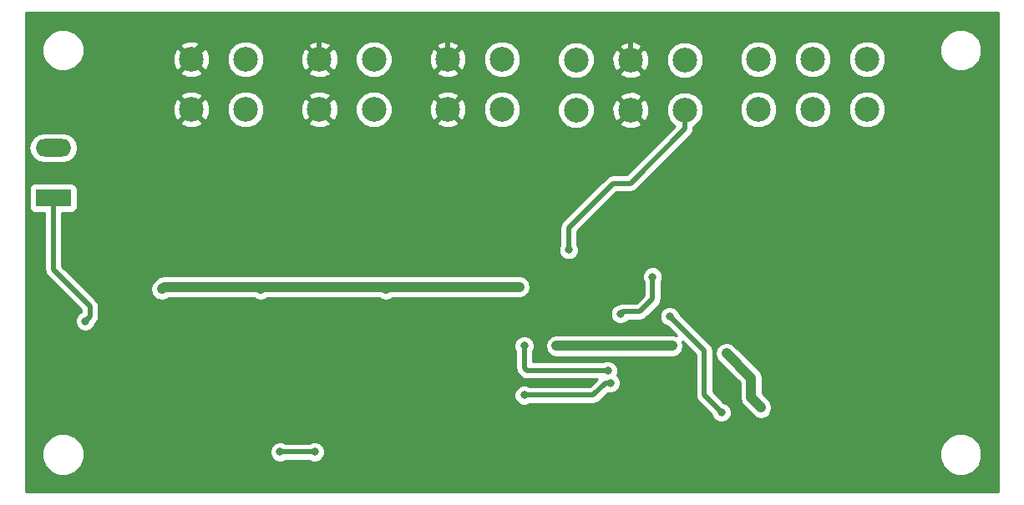
<source format=gbr>
G04 #@! TF.FileFunction,Copper,L2,Bot,Signal*
%FSLAX46Y46*%
G04 Gerber Fmt 4.6, Leading zero omitted, Abs format (unit mm)*
G04 Created by KiCad (PCBNEW 4.0.7-e2-6376~58~ubuntu16.04.1) date Wed Nov 22 10:08:24 2017*
%MOMM*%
%LPD*%
G01*
G04 APERTURE LIST*
%ADD10C,0.100000*%
%ADD11R,3.600000X1.800000*%
%ADD12O,3.600000X1.800000*%
%ADD13C,2.500000*%
%ADD14C,0.800000*%
%ADD15C,0.500000*%
%ADD16C,1.000000*%
%ADD17C,0.254000*%
G04 APERTURE END LIST*
D10*
D11*
X53500000Y-69500000D03*
D12*
X53500000Y-64420000D03*
D13*
X117520000Y-55500000D03*
X117520000Y-60580000D03*
X112010000Y-60580000D03*
X112010000Y-55500000D03*
X106500000Y-55500000D03*
X106500000Y-60580000D03*
X67490000Y-55420000D03*
X67490000Y-60500000D03*
X73000000Y-60500000D03*
X73000000Y-55420000D03*
X80490000Y-55420000D03*
X80490000Y-60500000D03*
X86000000Y-60500000D03*
X86000000Y-55420000D03*
X93490000Y-55420000D03*
X93490000Y-60500000D03*
X99000000Y-60500000D03*
X99000000Y-55420000D03*
X124980000Y-60500000D03*
X124980000Y-55420000D03*
X130490000Y-55420000D03*
X130490000Y-60500000D03*
X136000000Y-60500000D03*
X136000000Y-55420000D03*
D14*
X116250000Y-77250000D03*
X104250000Y-76500000D03*
X111500000Y-77000000D03*
X107500000Y-76750000D03*
X126250000Y-77250000D03*
X110250000Y-92000000D03*
X101500000Y-92000000D03*
X75250000Y-89500000D03*
X82500000Y-89500000D03*
X67250000Y-89500000D03*
X116000000Y-81500000D03*
X121250000Y-91250000D03*
X114250000Y-77500000D03*
X111000000Y-81250000D03*
X105750000Y-74750000D03*
X80000000Y-95250000D03*
X76500000Y-95250000D03*
X101250000Y-84500000D03*
X109750000Y-87000000D03*
X110000000Y-88250000D03*
X101250000Y-89500000D03*
X121750000Y-85250000D03*
X125250000Y-90750000D03*
X116250000Y-84500000D03*
X104500000Y-84500000D03*
X64500000Y-78750000D03*
X100750000Y-78500000D03*
X87250000Y-78750000D03*
X74500000Y-78750000D03*
X56750000Y-82000000D03*
D15*
X116250000Y-77250000D02*
X117250000Y-76250000D01*
X117250000Y-76250000D02*
X117250000Y-76500000D01*
X117250000Y-76500000D02*
X117250000Y-76250000D01*
X104500000Y-76250000D02*
X107500000Y-76250000D01*
X104250000Y-76500000D02*
X104500000Y-76250000D01*
X111500000Y-76500000D02*
X111500000Y-76250000D01*
X111500000Y-77000000D02*
X111500000Y-76500000D01*
X107500000Y-76750000D02*
X107500000Y-76250000D01*
X107500000Y-76250000D02*
X107500000Y-76500000D01*
X107500000Y-76500000D02*
X107500000Y-76250000D01*
X107500000Y-76250000D02*
X111500000Y-76250000D01*
X111500000Y-76250000D02*
X114250000Y-76250000D01*
X114250000Y-76250000D02*
X117250000Y-76250000D01*
X117250000Y-76250000D02*
X125250000Y-76250000D01*
X125250000Y-76250000D02*
X126250000Y-77250000D01*
X101500000Y-92000000D02*
X110250000Y-92000000D01*
X73750000Y-89500000D02*
X75250000Y-89500000D01*
X75250000Y-89500000D02*
X82500000Y-89500000D01*
X67250000Y-89500000D02*
X73750000Y-89500000D01*
X80490000Y-55420000D02*
X80490000Y-53010000D01*
X80490000Y-53010000D02*
X80900000Y-52600000D01*
X93490000Y-53690000D02*
X93490000Y-55420000D01*
X92400000Y-52600000D02*
X93490000Y-53690000D01*
X80900000Y-52600000D02*
X92400000Y-52600000D01*
X80490000Y-53010000D02*
X80500000Y-53000000D01*
X93490000Y-55420000D02*
X93490000Y-52500000D01*
X93490000Y-52500000D02*
X93500000Y-52500000D01*
X67490000Y-55420000D02*
X67490000Y-55010000D01*
X67490000Y-55010000D02*
X70000000Y-52500000D01*
X70000000Y-52500000D02*
X93500000Y-52500000D01*
X112010000Y-53510000D02*
X112010000Y-55500000D01*
X111000000Y-52500000D02*
X112010000Y-53510000D01*
X93500000Y-52500000D02*
X111000000Y-52500000D01*
X119500000Y-85000000D02*
X116000000Y-81500000D01*
X119500000Y-89500000D02*
X119500000Y-85000000D01*
X121250000Y-91250000D02*
X119500000Y-89500000D01*
X114250000Y-79750000D02*
X114250000Y-77500000D01*
X113000000Y-81000000D02*
X114250000Y-79750000D01*
X111250000Y-81000000D02*
X113000000Y-81000000D01*
X111000000Y-81250000D02*
X111250000Y-81000000D01*
X117520000Y-60580000D02*
X117520000Y-62480000D01*
X105750000Y-72500000D02*
X105750000Y-74750000D01*
X110250000Y-68000000D02*
X105750000Y-72500000D01*
X112000000Y-68000000D02*
X110250000Y-68000000D01*
X117520000Y-62480000D02*
X112000000Y-68000000D01*
X76500000Y-95250000D02*
X80000000Y-95250000D01*
X101250000Y-86750000D02*
X101250000Y-84500000D01*
X101500000Y-87000000D02*
X101250000Y-86750000D01*
X109750000Y-87000000D02*
X101500000Y-87000000D01*
X109500000Y-88250000D02*
X110000000Y-88250000D01*
X108250000Y-89500000D02*
X109500000Y-88250000D01*
X101250000Y-89500000D02*
X108250000Y-89500000D01*
D16*
X124250000Y-87750000D02*
X121750000Y-85250000D01*
X124250000Y-89750000D02*
X124250000Y-87750000D01*
X125250000Y-90750000D02*
X124250000Y-89750000D01*
X104500000Y-84500000D02*
X116250000Y-84500000D01*
X64500000Y-78750000D02*
X64750000Y-78500000D01*
X64750000Y-78500000D02*
X77000000Y-78500000D01*
X98750000Y-78500000D02*
X100750000Y-78500000D01*
X87250000Y-78500000D02*
X98750000Y-78500000D01*
X87250000Y-78750000D02*
X87250000Y-78500000D01*
X74750000Y-78500000D02*
X77000000Y-78500000D01*
X77000000Y-78500000D02*
X87250000Y-78500000D01*
X74500000Y-78750000D02*
X74750000Y-78500000D01*
D15*
X53500000Y-76750000D02*
X53500000Y-69500000D01*
X57250000Y-80500000D02*
X53500000Y-76750000D01*
X57250000Y-81500000D02*
X57250000Y-80500000D01*
X56750000Y-82000000D02*
X57250000Y-81500000D01*
X54000000Y-69000000D02*
X53500000Y-69500000D01*
D17*
G36*
X149290000Y-99290000D02*
X50710000Y-99290000D01*
X50710000Y-95922815D01*
X52364630Y-95922815D01*
X52688980Y-96707800D01*
X53289041Y-97308909D01*
X54073459Y-97634628D01*
X54922815Y-97635370D01*
X55707800Y-97311020D01*
X56308909Y-96710959D01*
X56634628Y-95926541D01*
X56635039Y-95454971D01*
X75464821Y-95454971D01*
X75622058Y-95835515D01*
X75912954Y-96126919D01*
X76293223Y-96284820D01*
X76704971Y-96285179D01*
X77068433Y-96135000D01*
X79432415Y-96135000D01*
X79793223Y-96284820D01*
X80204971Y-96285179D01*
X80585515Y-96127942D01*
X80791000Y-95922815D01*
X143364630Y-95922815D01*
X143688980Y-96707800D01*
X144289041Y-97308909D01*
X145073459Y-97634628D01*
X145922815Y-97635370D01*
X146707800Y-97311020D01*
X147308909Y-96710959D01*
X147634628Y-95926541D01*
X147635370Y-95077185D01*
X147311020Y-94292200D01*
X146710959Y-93691091D01*
X145926541Y-93365372D01*
X145077185Y-93364630D01*
X144292200Y-93688980D01*
X143691091Y-94289041D01*
X143365372Y-95073459D01*
X143364630Y-95922815D01*
X80791000Y-95922815D01*
X80876919Y-95837046D01*
X81034820Y-95456777D01*
X81035179Y-95045029D01*
X80877942Y-94664485D01*
X80587046Y-94373081D01*
X80206777Y-94215180D01*
X79795029Y-94214821D01*
X79431567Y-94365000D01*
X77067585Y-94365000D01*
X76706777Y-94215180D01*
X76295029Y-94214821D01*
X75914485Y-94372058D01*
X75623081Y-94662954D01*
X75465180Y-95043223D01*
X75464821Y-95454971D01*
X56635039Y-95454971D01*
X56635370Y-95077185D01*
X56311020Y-94292200D01*
X55710959Y-93691091D01*
X54926541Y-93365372D01*
X54077185Y-93364630D01*
X53292200Y-93688980D01*
X52691091Y-94289041D01*
X52365372Y-95073459D01*
X52364630Y-95922815D01*
X50710000Y-95922815D01*
X50710000Y-84704971D01*
X100214821Y-84704971D01*
X100365000Y-85068433D01*
X100365000Y-86749995D01*
X100364999Y-86750000D01*
X100404272Y-86947434D01*
X100432367Y-87088675D01*
X100584029Y-87315654D01*
X100624210Y-87375790D01*
X100874208Y-87625787D01*
X100874210Y-87625790D01*
X101161325Y-87817633D01*
X101500000Y-87885000D01*
X108613421Y-87885000D01*
X107883420Y-88615000D01*
X101817585Y-88615000D01*
X101456777Y-88465180D01*
X101045029Y-88464821D01*
X100664485Y-88622058D01*
X100373081Y-88912954D01*
X100215180Y-89293223D01*
X100214821Y-89704971D01*
X100372058Y-90085515D01*
X100662954Y-90376919D01*
X101043223Y-90534820D01*
X101454971Y-90535179D01*
X101818433Y-90385000D01*
X108249995Y-90385000D01*
X108250000Y-90385001D01*
X108532484Y-90328810D01*
X108588675Y-90317633D01*
X108875790Y-90125790D01*
X109739194Y-89262385D01*
X109793223Y-89284820D01*
X110204971Y-89285179D01*
X110585515Y-89127942D01*
X110876919Y-88837046D01*
X111034820Y-88456777D01*
X111035179Y-88045029D01*
X110877942Y-87664485D01*
X110677952Y-87464145D01*
X110784820Y-87206777D01*
X110785179Y-86795029D01*
X110627942Y-86414485D01*
X110337046Y-86123081D01*
X109956777Y-85965180D01*
X109545029Y-85964821D01*
X109181567Y-86115000D01*
X102135000Y-86115000D01*
X102135000Y-85067585D01*
X102284820Y-84706777D01*
X102285000Y-84500000D01*
X103365000Y-84500000D01*
X103451397Y-84934346D01*
X103697434Y-85302566D01*
X104065654Y-85548603D01*
X104500000Y-85635000D01*
X116250000Y-85635000D01*
X116684346Y-85548603D01*
X117052566Y-85302566D01*
X117298603Y-84934346D01*
X117385000Y-84500000D01*
X117298603Y-84065654D01*
X117267448Y-84019028D01*
X118615000Y-85366579D01*
X118615000Y-89499995D01*
X118614999Y-89500000D01*
X118657731Y-89714821D01*
X118682367Y-89838675D01*
X118755037Y-89947434D01*
X118874210Y-90125790D01*
X120222869Y-91474448D01*
X120372058Y-91835515D01*
X120662954Y-92126919D01*
X121043223Y-92284820D01*
X121454971Y-92285179D01*
X121835515Y-92127942D01*
X122126919Y-91837046D01*
X122284820Y-91456777D01*
X122285179Y-91045029D01*
X122127942Y-90664485D01*
X121837046Y-90373081D01*
X121473847Y-90222268D01*
X120385000Y-89133420D01*
X120385000Y-85250000D01*
X120615000Y-85250000D01*
X120701397Y-85684345D01*
X120947434Y-86052566D01*
X123115000Y-88220132D01*
X123115000Y-89750000D01*
X123201397Y-90184346D01*
X123435816Y-90535179D01*
X123447434Y-90552566D01*
X124447434Y-91552567D01*
X124815655Y-91798604D01*
X125250000Y-91885000D01*
X125684346Y-91798604D01*
X126052567Y-91552567D01*
X126298604Y-91184346D01*
X126385000Y-90750000D01*
X126298604Y-90315655D01*
X126052567Y-89947434D01*
X125385000Y-89279868D01*
X125385000Y-87750000D01*
X125298603Y-87315654D01*
X125052566Y-86947434D01*
X122552566Y-84447434D01*
X122184345Y-84201397D01*
X121750000Y-84115000D01*
X121315655Y-84201397D01*
X120947434Y-84447434D01*
X120701397Y-84815655D01*
X120615000Y-85250000D01*
X120385000Y-85250000D01*
X120385000Y-85000000D01*
X120317633Y-84661325D01*
X120125790Y-84374210D01*
X120125787Y-84374208D01*
X117027131Y-81275551D01*
X116877942Y-80914485D01*
X116587046Y-80623081D01*
X116206777Y-80465180D01*
X115795029Y-80464821D01*
X115414485Y-80622058D01*
X115123081Y-80912954D01*
X114965180Y-81293223D01*
X114964821Y-81704971D01*
X115122058Y-82085515D01*
X115412954Y-82376919D01*
X115776151Y-82527731D01*
X116730972Y-83482551D01*
X116684346Y-83451397D01*
X116250000Y-83365000D01*
X104500000Y-83365000D01*
X104065654Y-83451397D01*
X103697434Y-83697434D01*
X103451397Y-84065654D01*
X103365000Y-84500000D01*
X102285000Y-84500000D01*
X102285179Y-84295029D01*
X102127942Y-83914485D01*
X101837046Y-83623081D01*
X101456777Y-83465180D01*
X101045029Y-83464821D01*
X100664485Y-83622058D01*
X100373081Y-83912954D01*
X100215180Y-84293223D01*
X100214821Y-84704971D01*
X50710000Y-84704971D01*
X50710000Y-68600000D01*
X51052560Y-68600000D01*
X51052560Y-70400000D01*
X51096838Y-70635317D01*
X51235910Y-70851441D01*
X51448110Y-70996431D01*
X51700000Y-71047440D01*
X52615000Y-71047440D01*
X52615000Y-76749995D01*
X52614999Y-76750000D01*
X52647718Y-76914485D01*
X52682367Y-77088675D01*
X52730910Y-77161325D01*
X52874210Y-77375790D01*
X56365000Y-80866579D01*
X56365000Y-81039207D01*
X56164485Y-81122058D01*
X55873081Y-81412954D01*
X55715180Y-81793223D01*
X55714821Y-82204971D01*
X55872058Y-82585515D01*
X56162954Y-82876919D01*
X56543223Y-83034820D01*
X56954971Y-83035179D01*
X57335515Y-82877942D01*
X57626919Y-82587046D01*
X57777732Y-82223847D01*
X57875787Y-82125792D01*
X57875790Y-82125790D01*
X58067633Y-81838675D01*
X58078810Y-81782484D01*
X58135001Y-81500000D01*
X58135000Y-81499995D01*
X58135000Y-81454971D01*
X109964821Y-81454971D01*
X110122058Y-81835515D01*
X110412954Y-82126919D01*
X110793223Y-82284820D01*
X111204971Y-82285179D01*
X111585515Y-82127942D01*
X111828881Y-81885000D01*
X112999995Y-81885000D01*
X113000000Y-81885001D01*
X113282484Y-81828810D01*
X113338675Y-81817633D01*
X113625790Y-81625790D01*
X114875787Y-80375792D01*
X114875790Y-80375790D01*
X115067633Y-80088675D01*
X115110293Y-79874211D01*
X115135001Y-79750000D01*
X115135000Y-79749995D01*
X115135000Y-78067585D01*
X115284820Y-77706777D01*
X115285179Y-77295029D01*
X115127942Y-76914485D01*
X114837046Y-76623081D01*
X114456777Y-76465180D01*
X114045029Y-76464821D01*
X113664485Y-76622058D01*
X113373081Y-76912954D01*
X113215180Y-77293223D01*
X113214821Y-77704971D01*
X113365000Y-78068433D01*
X113365000Y-79383421D01*
X112633420Y-80115000D01*
X111250000Y-80115000D01*
X110911325Y-80182367D01*
X110862666Y-80214880D01*
X110795029Y-80214821D01*
X110414485Y-80372058D01*
X110123081Y-80662954D01*
X109965180Y-81043223D01*
X109964821Y-81454971D01*
X58135000Y-81454971D01*
X58135000Y-80500005D01*
X58135001Y-80500000D01*
X58078274Y-80214821D01*
X58067633Y-80161325D01*
X57875790Y-79874210D01*
X57875787Y-79874208D01*
X56751580Y-78750000D01*
X63365000Y-78750000D01*
X63451397Y-79184345D01*
X63697434Y-79552566D01*
X64065655Y-79798603D01*
X64500000Y-79885000D01*
X64934345Y-79798603D01*
X65179195Y-79635000D01*
X73820805Y-79635000D01*
X74065655Y-79798603D01*
X74500000Y-79885000D01*
X74934345Y-79798603D01*
X75179195Y-79635000D01*
X86570805Y-79635000D01*
X86815654Y-79798603D01*
X87250000Y-79885000D01*
X87684346Y-79798603D01*
X87929195Y-79635000D01*
X100750000Y-79635000D01*
X101184346Y-79548603D01*
X101552566Y-79302566D01*
X101798603Y-78934346D01*
X101885000Y-78500000D01*
X101798603Y-78065654D01*
X101552566Y-77697434D01*
X101184346Y-77451397D01*
X100750000Y-77365000D01*
X64750000Y-77365000D01*
X64315654Y-77451397D01*
X63947434Y-77697434D01*
X63697434Y-77947434D01*
X63451397Y-78315655D01*
X63365000Y-78750000D01*
X56751580Y-78750000D01*
X54385000Y-76383420D01*
X54385000Y-74954971D01*
X104714821Y-74954971D01*
X104872058Y-75335515D01*
X105162954Y-75626919D01*
X105543223Y-75784820D01*
X105954971Y-75785179D01*
X106335515Y-75627942D01*
X106626919Y-75337046D01*
X106784820Y-74956777D01*
X106785179Y-74545029D01*
X106635000Y-74181567D01*
X106635000Y-72866580D01*
X110616579Y-68885000D01*
X111999995Y-68885000D01*
X112000000Y-68885001D01*
X112282484Y-68828810D01*
X112338675Y-68817633D01*
X112625790Y-68625790D01*
X118145787Y-63105792D01*
X118145790Y-63105790D01*
X118337633Y-62818675D01*
X118348810Y-62762484D01*
X118405001Y-62480000D01*
X118405000Y-62479995D01*
X118405000Y-62253898D01*
X118586372Y-62178957D01*
X119117093Y-61649161D01*
X119404672Y-60956595D01*
X119404744Y-60873305D01*
X123094674Y-60873305D01*
X123381043Y-61566372D01*
X123910839Y-62097093D01*
X124603405Y-62384672D01*
X125353305Y-62385326D01*
X126046372Y-62098957D01*
X126577093Y-61569161D01*
X126864672Y-60876595D01*
X126864674Y-60873305D01*
X128604674Y-60873305D01*
X128891043Y-61566372D01*
X129420839Y-62097093D01*
X130113405Y-62384672D01*
X130863305Y-62385326D01*
X131556372Y-62098957D01*
X132087093Y-61569161D01*
X132374672Y-60876595D01*
X132374674Y-60873305D01*
X134114674Y-60873305D01*
X134401043Y-61566372D01*
X134930839Y-62097093D01*
X135623405Y-62384672D01*
X136373305Y-62385326D01*
X137066372Y-62098957D01*
X137597093Y-61569161D01*
X137884672Y-60876595D01*
X137885326Y-60126695D01*
X137598957Y-59433628D01*
X137069161Y-58902907D01*
X136376595Y-58615328D01*
X135626695Y-58614674D01*
X134933628Y-58901043D01*
X134402907Y-59430839D01*
X134115328Y-60123405D01*
X134114674Y-60873305D01*
X132374674Y-60873305D01*
X132375326Y-60126695D01*
X132088957Y-59433628D01*
X131559161Y-58902907D01*
X130866595Y-58615328D01*
X130116695Y-58614674D01*
X129423628Y-58901043D01*
X128892907Y-59430839D01*
X128605328Y-60123405D01*
X128604674Y-60873305D01*
X126864674Y-60873305D01*
X126865326Y-60126695D01*
X126578957Y-59433628D01*
X126049161Y-58902907D01*
X125356595Y-58615328D01*
X124606695Y-58614674D01*
X123913628Y-58901043D01*
X123382907Y-59430839D01*
X123095328Y-60123405D01*
X123094674Y-60873305D01*
X119404744Y-60873305D01*
X119405326Y-60206695D01*
X119118957Y-59513628D01*
X118589161Y-58982907D01*
X117896595Y-58695328D01*
X117146695Y-58694674D01*
X116453628Y-58981043D01*
X115922907Y-59510839D01*
X115635328Y-60203405D01*
X115634674Y-60953305D01*
X115921043Y-61646372D01*
X116450839Y-62177093D01*
X116535976Y-62212445D01*
X111633420Y-67115000D01*
X110250005Y-67115000D01*
X110250000Y-67114999D01*
X109967516Y-67171190D01*
X109911325Y-67182367D01*
X109624210Y-67374210D01*
X109624208Y-67374213D01*
X105124210Y-71874210D01*
X104932367Y-72161325D01*
X104932367Y-72161326D01*
X104864999Y-72500000D01*
X104865000Y-72500005D01*
X104865000Y-74182415D01*
X104715180Y-74543223D01*
X104714821Y-74954971D01*
X54385000Y-74954971D01*
X54385000Y-71047440D01*
X55300000Y-71047440D01*
X55535317Y-71003162D01*
X55751441Y-70864090D01*
X55896431Y-70651890D01*
X55947440Y-70400000D01*
X55947440Y-68600000D01*
X55903162Y-68364683D01*
X55764090Y-68148559D01*
X55551890Y-68003569D01*
X55300000Y-67952560D01*
X51700000Y-67952560D01*
X51464683Y-67996838D01*
X51248559Y-68135910D01*
X51103569Y-68348110D01*
X51052560Y-68600000D01*
X50710000Y-68600000D01*
X50710000Y-64420000D01*
X51017296Y-64420000D01*
X51134141Y-65007419D01*
X51466887Y-65505409D01*
X51964877Y-65838155D01*
X52552296Y-65955000D01*
X54447704Y-65955000D01*
X55035123Y-65838155D01*
X55533113Y-65505409D01*
X55865859Y-65007419D01*
X55982704Y-64420000D01*
X55865859Y-63832581D01*
X55533113Y-63334591D01*
X55035123Y-63001845D01*
X54447704Y-62885000D01*
X52552296Y-62885000D01*
X51964877Y-63001845D01*
X51466887Y-63334591D01*
X51134141Y-63832581D01*
X51017296Y-64420000D01*
X50710000Y-64420000D01*
X50710000Y-61833320D01*
X66336285Y-61833320D01*
X66465533Y-62126123D01*
X67165806Y-62394388D01*
X67915435Y-62374250D01*
X68514467Y-62126123D01*
X68643715Y-61833320D01*
X67490000Y-60679605D01*
X66336285Y-61833320D01*
X50710000Y-61833320D01*
X50710000Y-60175806D01*
X65595612Y-60175806D01*
X65615750Y-60925435D01*
X65863877Y-61524467D01*
X66156680Y-61653715D01*
X67310395Y-60500000D01*
X67669605Y-60500000D01*
X68823320Y-61653715D01*
X69116123Y-61524467D01*
X69365574Y-60873305D01*
X71114674Y-60873305D01*
X71401043Y-61566372D01*
X71930839Y-62097093D01*
X72623405Y-62384672D01*
X73373305Y-62385326D01*
X74066372Y-62098957D01*
X74332472Y-61833320D01*
X79336285Y-61833320D01*
X79465533Y-62126123D01*
X80165806Y-62394388D01*
X80915435Y-62374250D01*
X81514467Y-62126123D01*
X81643715Y-61833320D01*
X80490000Y-60679605D01*
X79336285Y-61833320D01*
X74332472Y-61833320D01*
X74597093Y-61569161D01*
X74884672Y-60876595D01*
X74885283Y-60175806D01*
X78595612Y-60175806D01*
X78615750Y-60925435D01*
X78863877Y-61524467D01*
X79156680Y-61653715D01*
X80310395Y-60500000D01*
X80669605Y-60500000D01*
X81823320Y-61653715D01*
X82116123Y-61524467D01*
X82365574Y-60873305D01*
X84114674Y-60873305D01*
X84401043Y-61566372D01*
X84930839Y-62097093D01*
X85623405Y-62384672D01*
X86373305Y-62385326D01*
X87066372Y-62098957D01*
X87332472Y-61833320D01*
X92336285Y-61833320D01*
X92465533Y-62126123D01*
X93165806Y-62394388D01*
X93915435Y-62374250D01*
X94514467Y-62126123D01*
X94643715Y-61833320D01*
X93490000Y-60679605D01*
X92336285Y-61833320D01*
X87332472Y-61833320D01*
X87597093Y-61569161D01*
X87884672Y-60876595D01*
X87885283Y-60175806D01*
X91595612Y-60175806D01*
X91615750Y-60925435D01*
X91863877Y-61524467D01*
X92156680Y-61653715D01*
X93310395Y-60500000D01*
X93669605Y-60500000D01*
X94823320Y-61653715D01*
X95116123Y-61524467D01*
X95365574Y-60873305D01*
X97114674Y-60873305D01*
X97401043Y-61566372D01*
X97930839Y-62097093D01*
X98623405Y-62384672D01*
X99373305Y-62385326D01*
X100066372Y-62098957D01*
X100597093Y-61569161D01*
X100852819Y-60953305D01*
X104614674Y-60953305D01*
X104901043Y-61646372D01*
X105430839Y-62177093D01*
X106123405Y-62464672D01*
X106873305Y-62465326D01*
X107566372Y-62178957D01*
X107832472Y-61913320D01*
X110856285Y-61913320D01*
X110985533Y-62206123D01*
X111685806Y-62474388D01*
X112435435Y-62454250D01*
X113034467Y-62206123D01*
X113163715Y-61913320D01*
X112010000Y-60759605D01*
X110856285Y-61913320D01*
X107832472Y-61913320D01*
X108097093Y-61649161D01*
X108384672Y-60956595D01*
X108385283Y-60255806D01*
X110115612Y-60255806D01*
X110135750Y-61005435D01*
X110383877Y-61604467D01*
X110676680Y-61733715D01*
X111830395Y-60580000D01*
X112189605Y-60580000D01*
X113343320Y-61733715D01*
X113636123Y-61604467D01*
X113904388Y-60904194D01*
X113884250Y-60154565D01*
X113636123Y-59555533D01*
X113343320Y-59426285D01*
X112189605Y-60580000D01*
X111830395Y-60580000D01*
X110676680Y-59426285D01*
X110383877Y-59555533D01*
X110115612Y-60255806D01*
X108385283Y-60255806D01*
X108385326Y-60206695D01*
X108098957Y-59513628D01*
X107832475Y-59246680D01*
X110856285Y-59246680D01*
X112010000Y-60400395D01*
X113163715Y-59246680D01*
X113034467Y-58953877D01*
X112334194Y-58685612D01*
X111584565Y-58705750D01*
X110985533Y-58953877D01*
X110856285Y-59246680D01*
X107832475Y-59246680D01*
X107569161Y-58982907D01*
X106876595Y-58695328D01*
X106126695Y-58694674D01*
X105433628Y-58981043D01*
X104902907Y-59510839D01*
X104615328Y-60203405D01*
X104614674Y-60953305D01*
X100852819Y-60953305D01*
X100884672Y-60876595D01*
X100885326Y-60126695D01*
X100598957Y-59433628D01*
X100069161Y-58902907D01*
X99376595Y-58615328D01*
X98626695Y-58614674D01*
X97933628Y-58901043D01*
X97402907Y-59430839D01*
X97115328Y-60123405D01*
X97114674Y-60873305D01*
X95365574Y-60873305D01*
X95384388Y-60824194D01*
X95364250Y-60074565D01*
X95116123Y-59475533D01*
X94823320Y-59346285D01*
X93669605Y-60500000D01*
X93310395Y-60500000D01*
X92156680Y-59346285D01*
X91863877Y-59475533D01*
X91595612Y-60175806D01*
X87885283Y-60175806D01*
X87885326Y-60126695D01*
X87598957Y-59433628D01*
X87332475Y-59166680D01*
X92336285Y-59166680D01*
X93490000Y-60320395D01*
X94643715Y-59166680D01*
X94514467Y-58873877D01*
X93814194Y-58605612D01*
X93064565Y-58625750D01*
X92465533Y-58873877D01*
X92336285Y-59166680D01*
X87332475Y-59166680D01*
X87069161Y-58902907D01*
X86376595Y-58615328D01*
X85626695Y-58614674D01*
X84933628Y-58901043D01*
X84402907Y-59430839D01*
X84115328Y-60123405D01*
X84114674Y-60873305D01*
X82365574Y-60873305D01*
X82384388Y-60824194D01*
X82364250Y-60074565D01*
X82116123Y-59475533D01*
X81823320Y-59346285D01*
X80669605Y-60500000D01*
X80310395Y-60500000D01*
X79156680Y-59346285D01*
X78863877Y-59475533D01*
X78595612Y-60175806D01*
X74885283Y-60175806D01*
X74885326Y-60126695D01*
X74598957Y-59433628D01*
X74332475Y-59166680D01*
X79336285Y-59166680D01*
X80490000Y-60320395D01*
X81643715Y-59166680D01*
X81514467Y-58873877D01*
X80814194Y-58605612D01*
X80064565Y-58625750D01*
X79465533Y-58873877D01*
X79336285Y-59166680D01*
X74332475Y-59166680D01*
X74069161Y-58902907D01*
X73376595Y-58615328D01*
X72626695Y-58614674D01*
X71933628Y-58901043D01*
X71402907Y-59430839D01*
X71115328Y-60123405D01*
X71114674Y-60873305D01*
X69365574Y-60873305D01*
X69384388Y-60824194D01*
X69364250Y-60074565D01*
X69116123Y-59475533D01*
X68823320Y-59346285D01*
X67669605Y-60500000D01*
X67310395Y-60500000D01*
X66156680Y-59346285D01*
X65863877Y-59475533D01*
X65595612Y-60175806D01*
X50710000Y-60175806D01*
X50710000Y-59166680D01*
X66336285Y-59166680D01*
X67490000Y-60320395D01*
X68643715Y-59166680D01*
X68514467Y-58873877D01*
X67814194Y-58605612D01*
X67064565Y-58625750D01*
X66465533Y-58873877D01*
X66336285Y-59166680D01*
X50710000Y-59166680D01*
X50710000Y-56753320D01*
X66336285Y-56753320D01*
X66465533Y-57046123D01*
X67165806Y-57314388D01*
X67915435Y-57294250D01*
X68514467Y-57046123D01*
X68643715Y-56753320D01*
X67490000Y-55599605D01*
X66336285Y-56753320D01*
X50710000Y-56753320D01*
X50710000Y-54922815D01*
X52364630Y-54922815D01*
X52688980Y-55707800D01*
X53289041Y-56308909D01*
X54073459Y-56634628D01*
X54922815Y-56635370D01*
X55707800Y-56311020D01*
X56308909Y-55710959D01*
X56564342Y-55095806D01*
X65595612Y-55095806D01*
X65615750Y-55845435D01*
X65863877Y-56444467D01*
X66156680Y-56573715D01*
X67310395Y-55420000D01*
X67669605Y-55420000D01*
X68823320Y-56573715D01*
X69116123Y-56444467D01*
X69365574Y-55793305D01*
X71114674Y-55793305D01*
X71401043Y-56486372D01*
X71930839Y-57017093D01*
X72623405Y-57304672D01*
X73373305Y-57305326D01*
X74066372Y-57018957D01*
X74332472Y-56753320D01*
X79336285Y-56753320D01*
X79465533Y-57046123D01*
X80165806Y-57314388D01*
X80915435Y-57294250D01*
X81514467Y-57046123D01*
X81643715Y-56753320D01*
X80490000Y-55599605D01*
X79336285Y-56753320D01*
X74332472Y-56753320D01*
X74597093Y-56489161D01*
X74884672Y-55796595D01*
X74885283Y-55095806D01*
X78595612Y-55095806D01*
X78615750Y-55845435D01*
X78863877Y-56444467D01*
X79156680Y-56573715D01*
X80310395Y-55420000D01*
X80669605Y-55420000D01*
X81823320Y-56573715D01*
X82116123Y-56444467D01*
X82365574Y-55793305D01*
X84114674Y-55793305D01*
X84401043Y-56486372D01*
X84930839Y-57017093D01*
X85623405Y-57304672D01*
X86373305Y-57305326D01*
X87066372Y-57018957D01*
X87332472Y-56753320D01*
X92336285Y-56753320D01*
X92465533Y-57046123D01*
X93165806Y-57314388D01*
X93915435Y-57294250D01*
X94514467Y-57046123D01*
X94643715Y-56753320D01*
X93490000Y-55599605D01*
X92336285Y-56753320D01*
X87332472Y-56753320D01*
X87597093Y-56489161D01*
X87884672Y-55796595D01*
X87885283Y-55095806D01*
X91595612Y-55095806D01*
X91615750Y-55845435D01*
X91863877Y-56444467D01*
X92156680Y-56573715D01*
X93310395Y-55420000D01*
X93669605Y-55420000D01*
X94823320Y-56573715D01*
X95116123Y-56444467D01*
X95365574Y-55793305D01*
X97114674Y-55793305D01*
X97401043Y-56486372D01*
X97930839Y-57017093D01*
X98623405Y-57304672D01*
X99373305Y-57305326D01*
X100066372Y-57018957D01*
X100597093Y-56489161D01*
X100852819Y-55873305D01*
X104614674Y-55873305D01*
X104901043Y-56566372D01*
X105430839Y-57097093D01*
X106123405Y-57384672D01*
X106873305Y-57385326D01*
X107566372Y-57098957D01*
X107832472Y-56833320D01*
X110856285Y-56833320D01*
X110985533Y-57126123D01*
X111685806Y-57394388D01*
X112435435Y-57374250D01*
X113034467Y-57126123D01*
X113163715Y-56833320D01*
X112010000Y-55679605D01*
X110856285Y-56833320D01*
X107832472Y-56833320D01*
X108097093Y-56569161D01*
X108384672Y-55876595D01*
X108385283Y-55175806D01*
X110115612Y-55175806D01*
X110135750Y-55925435D01*
X110383877Y-56524467D01*
X110676680Y-56653715D01*
X111830395Y-55500000D01*
X112189605Y-55500000D01*
X113343320Y-56653715D01*
X113636123Y-56524467D01*
X113885574Y-55873305D01*
X115634674Y-55873305D01*
X115921043Y-56566372D01*
X116450839Y-57097093D01*
X117143405Y-57384672D01*
X117893305Y-57385326D01*
X118586372Y-57098957D01*
X119117093Y-56569161D01*
X119404672Y-55876595D01*
X119404744Y-55793305D01*
X123094674Y-55793305D01*
X123381043Y-56486372D01*
X123910839Y-57017093D01*
X124603405Y-57304672D01*
X125353305Y-57305326D01*
X126046372Y-57018957D01*
X126577093Y-56489161D01*
X126864672Y-55796595D01*
X126864674Y-55793305D01*
X128604674Y-55793305D01*
X128891043Y-56486372D01*
X129420839Y-57017093D01*
X130113405Y-57304672D01*
X130863305Y-57305326D01*
X131556372Y-57018957D01*
X132087093Y-56489161D01*
X132374672Y-55796595D01*
X132374674Y-55793305D01*
X134114674Y-55793305D01*
X134401043Y-56486372D01*
X134930839Y-57017093D01*
X135623405Y-57304672D01*
X136373305Y-57305326D01*
X137066372Y-57018957D01*
X137597093Y-56489161D01*
X137884672Y-55796595D01*
X137885326Y-55046695D01*
X137834140Y-54922815D01*
X143364630Y-54922815D01*
X143688980Y-55707800D01*
X144289041Y-56308909D01*
X145073459Y-56634628D01*
X145922815Y-56635370D01*
X146707800Y-56311020D01*
X147308909Y-55710959D01*
X147634628Y-54926541D01*
X147635370Y-54077185D01*
X147311020Y-53292200D01*
X146710959Y-52691091D01*
X145926541Y-52365372D01*
X145077185Y-52364630D01*
X144292200Y-52688980D01*
X143691091Y-53289041D01*
X143365372Y-54073459D01*
X143364630Y-54922815D01*
X137834140Y-54922815D01*
X137598957Y-54353628D01*
X137069161Y-53822907D01*
X136376595Y-53535328D01*
X135626695Y-53534674D01*
X134933628Y-53821043D01*
X134402907Y-54350839D01*
X134115328Y-55043405D01*
X134114674Y-55793305D01*
X132374674Y-55793305D01*
X132375326Y-55046695D01*
X132088957Y-54353628D01*
X131559161Y-53822907D01*
X130866595Y-53535328D01*
X130116695Y-53534674D01*
X129423628Y-53821043D01*
X128892907Y-54350839D01*
X128605328Y-55043405D01*
X128604674Y-55793305D01*
X126864674Y-55793305D01*
X126865326Y-55046695D01*
X126578957Y-54353628D01*
X126049161Y-53822907D01*
X125356595Y-53535328D01*
X124606695Y-53534674D01*
X123913628Y-53821043D01*
X123382907Y-54350839D01*
X123095328Y-55043405D01*
X123094674Y-55793305D01*
X119404744Y-55793305D01*
X119405326Y-55126695D01*
X119118957Y-54433628D01*
X118589161Y-53902907D01*
X117896595Y-53615328D01*
X117146695Y-53614674D01*
X116453628Y-53901043D01*
X115922907Y-54430839D01*
X115635328Y-55123405D01*
X115634674Y-55873305D01*
X113885574Y-55873305D01*
X113904388Y-55824194D01*
X113884250Y-55074565D01*
X113636123Y-54475533D01*
X113343320Y-54346285D01*
X112189605Y-55500000D01*
X111830395Y-55500000D01*
X110676680Y-54346285D01*
X110383877Y-54475533D01*
X110115612Y-55175806D01*
X108385283Y-55175806D01*
X108385326Y-55126695D01*
X108098957Y-54433628D01*
X107832475Y-54166680D01*
X110856285Y-54166680D01*
X112010000Y-55320395D01*
X113163715Y-54166680D01*
X113034467Y-53873877D01*
X112334194Y-53605612D01*
X111584565Y-53625750D01*
X110985533Y-53873877D01*
X110856285Y-54166680D01*
X107832475Y-54166680D01*
X107569161Y-53902907D01*
X106876595Y-53615328D01*
X106126695Y-53614674D01*
X105433628Y-53901043D01*
X104902907Y-54430839D01*
X104615328Y-55123405D01*
X104614674Y-55873305D01*
X100852819Y-55873305D01*
X100884672Y-55796595D01*
X100885326Y-55046695D01*
X100598957Y-54353628D01*
X100069161Y-53822907D01*
X99376595Y-53535328D01*
X98626695Y-53534674D01*
X97933628Y-53821043D01*
X97402907Y-54350839D01*
X97115328Y-55043405D01*
X97114674Y-55793305D01*
X95365574Y-55793305D01*
X95384388Y-55744194D01*
X95364250Y-54994565D01*
X95116123Y-54395533D01*
X94823320Y-54266285D01*
X93669605Y-55420000D01*
X93310395Y-55420000D01*
X92156680Y-54266285D01*
X91863877Y-54395533D01*
X91595612Y-55095806D01*
X87885283Y-55095806D01*
X87885326Y-55046695D01*
X87598957Y-54353628D01*
X87332475Y-54086680D01*
X92336285Y-54086680D01*
X93490000Y-55240395D01*
X94643715Y-54086680D01*
X94514467Y-53793877D01*
X93814194Y-53525612D01*
X93064565Y-53545750D01*
X92465533Y-53793877D01*
X92336285Y-54086680D01*
X87332475Y-54086680D01*
X87069161Y-53822907D01*
X86376595Y-53535328D01*
X85626695Y-53534674D01*
X84933628Y-53821043D01*
X84402907Y-54350839D01*
X84115328Y-55043405D01*
X84114674Y-55793305D01*
X82365574Y-55793305D01*
X82384388Y-55744194D01*
X82364250Y-54994565D01*
X82116123Y-54395533D01*
X81823320Y-54266285D01*
X80669605Y-55420000D01*
X80310395Y-55420000D01*
X79156680Y-54266285D01*
X78863877Y-54395533D01*
X78595612Y-55095806D01*
X74885283Y-55095806D01*
X74885326Y-55046695D01*
X74598957Y-54353628D01*
X74332475Y-54086680D01*
X79336285Y-54086680D01*
X80490000Y-55240395D01*
X81643715Y-54086680D01*
X81514467Y-53793877D01*
X80814194Y-53525612D01*
X80064565Y-53545750D01*
X79465533Y-53793877D01*
X79336285Y-54086680D01*
X74332475Y-54086680D01*
X74069161Y-53822907D01*
X73376595Y-53535328D01*
X72626695Y-53534674D01*
X71933628Y-53821043D01*
X71402907Y-54350839D01*
X71115328Y-55043405D01*
X71114674Y-55793305D01*
X69365574Y-55793305D01*
X69384388Y-55744194D01*
X69364250Y-54994565D01*
X69116123Y-54395533D01*
X68823320Y-54266285D01*
X67669605Y-55420000D01*
X67310395Y-55420000D01*
X66156680Y-54266285D01*
X65863877Y-54395533D01*
X65595612Y-55095806D01*
X56564342Y-55095806D01*
X56634628Y-54926541D01*
X56635361Y-54086680D01*
X66336285Y-54086680D01*
X67490000Y-55240395D01*
X68643715Y-54086680D01*
X68514467Y-53793877D01*
X67814194Y-53525612D01*
X67064565Y-53545750D01*
X66465533Y-53793877D01*
X66336285Y-54086680D01*
X56635361Y-54086680D01*
X56635370Y-54077185D01*
X56311020Y-53292200D01*
X55710959Y-52691091D01*
X54926541Y-52365372D01*
X54077185Y-52364630D01*
X53292200Y-52688980D01*
X52691091Y-53289041D01*
X52365372Y-54073459D01*
X52364630Y-54922815D01*
X50710000Y-54922815D01*
X50710000Y-50710000D01*
X149290000Y-50710000D01*
X149290000Y-99290000D01*
X149290000Y-99290000D01*
G37*
X149290000Y-99290000D02*
X50710000Y-99290000D01*
X50710000Y-95922815D01*
X52364630Y-95922815D01*
X52688980Y-96707800D01*
X53289041Y-97308909D01*
X54073459Y-97634628D01*
X54922815Y-97635370D01*
X55707800Y-97311020D01*
X56308909Y-96710959D01*
X56634628Y-95926541D01*
X56635039Y-95454971D01*
X75464821Y-95454971D01*
X75622058Y-95835515D01*
X75912954Y-96126919D01*
X76293223Y-96284820D01*
X76704971Y-96285179D01*
X77068433Y-96135000D01*
X79432415Y-96135000D01*
X79793223Y-96284820D01*
X80204971Y-96285179D01*
X80585515Y-96127942D01*
X80791000Y-95922815D01*
X143364630Y-95922815D01*
X143688980Y-96707800D01*
X144289041Y-97308909D01*
X145073459Y-97634628D01*
X145922815Y-97635370D01*
X146707800Y-97311020D01*
X147308909Y-96710959D01*
X147634628Y-95926541D01*
X147635370Y-95077185D01*
X147311020Y-94292200D01*
X146710959Y-93691091D01*
X145926541Y-93365372D01*
X145077185Y-93364630D01*
X144292200Y-93688980D01*
X143691091Y-94289041D01*
X143365372Y-95073459D01*
X143364630Y-95922815D01*
X80791000Y-95922815D01*
X80876919Y-95837046D01*
X81034820Y-95456777D01*
X81035179Y-95045029D01*
X80877942Y-94664485D01*
X80587046Y-94373081D01*
X80206777Y-94215180D01*
X79795029Y-94214821D01*
X79431567Y-94365000D01*
X77067585Y-94365000D01*
X76706777Y-94215180D01*
X76295029Y-94214821D01*
X75914485Y-94372058D01*
X75623081Y-94662954D01*
X75465180Y-95043223D01*
X75464821Y-95454971D01*
X56635039Y-95454971D01*
X56635370Y-95077185D01*
X56311020Y-94292200D01*
X55710959Y-93691091D01*
X54926541Y-93365372D01*
X54077185Y-93364630D01*
X53292200Y-93688980D01*
X52691091Y-94289041D01*
X52365372Y-95073459D01*
X52364630Y-95922815D01*
X50710000Y-95922815D01*
X50710000Y-84704971D01*
X100214821Y-84704971D01*
X100365000Y-85068433D01*
X100365000Y-86749995D01*
X100364999Y-86750000D01*
X100404272Y-86947434D01*
X100432367Y-87088675D01*
X100584029Y-87315654D01*
X100624210Y-87375790D01*
X100874208Y-87625787D01*
X100874210Y-87625790D01*
X101161325Y-87817633D01*
X101500000Y-87885000D01*
X108613421Y-87885000D01*
X107883420Y-88615000D01*
X101817585Y-88615000D01*
X101456777Y-88465180D01*
X101045029Y-88464821D01*
X100664485Y-88622058D01*
X100373081Y-88912954D01*
X100215180Y-89293223D01*
X100214821Y-89704971D01*
X100372058Y-90085515D01*
X100662954Y-90376919D01*
X101043223Y-90534820D01*
X101454971Y-90535179D01*
X101818433Y-90385000D01*
X108249995Y-90385000D01*
X108250000Y-90385001D01*
X108532484Y-90328810D01*
X108588675Y-90317633D01*
X108875790Y-90125790D01*
X109739194Y-89262385D01*
X109793223Y-89284820D01*
X110204971Y-89285179D01*
X110585515Y-89127942D01*
X110876919Y-88837046D01*
X111034820Y-88456777D01*
X111035179Y-88045029D01*
X110877942Y-87664485D01*
X110677952Y-87464145D01*
X110784820Y-87206777D01*
X110785179Y-86795029D01*
X110627942Y-86414485D01*
X110337046Y-86123081D01*
X109956777Y-85965180D01*
X109545029Y-85964821D01*
X109181567Y-86115000D01*
X102135000Y-86115000D01*
X102135000Y-85067585D01*
X102284820Y-84706777D01*
X102285000Y-84500000D01*
X103365000Y-84500000D01*
X103451397Y-84934346D01*
X103697434Y-85302566D01*
X104065654Y-85548603D01*
X104500000Y-85635000D01*
X116250000Y-85635000D01*
X116684346Y-85548603D01*
X117052566Y-85302566D01*
X117298603Y-84934346D01*
X117385000Y-84500000D01*
X117298603Y-84065654D01*
X117267448Y-84019028D01*
X118615000Y-85366579D01*
X118615000Y-89499995D01*
X118614999Y-89500000D01*
X118657731Y-89714821D01*
X118682367Y-89838675D01*
X118755037Y-89947434D01*
X118874210Y-90125790D01*
X120222869Y-91474448D01*
X120372058Y-91835515D01*
X120662954Y-92126919D01*
X121043223Y-92284820D01*
X121454971Y-92285179D01*
X121835515Y-92127942D01*
X122126919Y-91837046D01*
X122284820Y-91456777D01*
X122285179Y-91045029D01*
X122127942Y-90664485D01*
X121837046Y-90373081D01*
X121473847Y-90222268D01*
X120385000Y-89133420D01*
X120385000Y-85250000D01*
X120615000Y-85250000D01*
X120701397Y-85684345D01*
X120947434Y-86052566D01*
X123115000Y-88220132D01*
X123115000Y-89750000D01*
X123201397Y-90184346D01*
X123435816Y-90535179D01*
X123447434Y-90552566D01*
X124447434Y-91552567D01*
X124815655Y-91798604D01*
X125250000Y-91885000D01*
X125684346Y-91798604D01*
X126052567Y-91552567D01*
X126298604Y-91184346D01*
X126385000Y-90750000D01*
X126298604Y-90315655D01*
X126052567Y-89947434D01*
X125385000Y-89279868D01*
X125385000Y-87750000D01*
X125298603Y-87315654D01*
X125052566Y-86947434D01*
X122552566Y-84447434D01*
X122184345Y-84201397D01*
X121750000Y-84115000D01*
X121315655Y-84201397D01*
X120947434Y-84447434D01*
X120701397Y-84815655D01*
X120615000Y-85250000D01*
X120385000Y-85250000D01*
X120385000Y-85000000D01*
X120317633Y-84661325D01*
X120125790Y-84374210D01*
X120125787Y-84374208D01*
X117027131Y-81275551D01*
X116877942Y-80914485D01*
X116587046Y-80623081D01*
X116206777Y-80465180D01*
X115795029Y-80464821D01*
X115414485Y-80622058D01*
X115123081Y-80912954D01*
X114965180Y-81293223D01*
X114964821Y-81704971D01*
X115122058Y-82085515D01*
X115412954Y-82376919D01*
X115776151Y-82527731D01*
X116730972Y-83482551D01*
X116684346Y-83451397D01*
X116250000Y-83365000D01*
X104500000Y-83365000D01*
X104065654Y-83451397D01*
X103697434Y-83697434D01*
X103451397Y-84065654D01*
X103365000Y-84500000D01*
X102285000Y-84500000D01*
X102285179Y-84295029D01*
X102127942Y-83914485D01*
X101837046Y-83623081D01*
X101456777Y-83465180D01*
X101045029Y-83464821D01*
X100664485Y-83622058D01*
X100373081Y-83912954D01*
X100215180Y-84293223D01*
X100214821Y-84704971D01*
X50710000Y-84704971D01*
X50710000Y-68600000D01*
X51052560Y-68600000D01*
X51052560Y-70400000D01*
X51096838Y-70635317D01*
X51235910Y-70851441D01*
X51448110Y-70996431D01*
X51700000Y-71047440D01*
X52615000Y-71047440D01*
X52615000Y-76749995D01*
X52614999Y-76750000D01*
X52647718Y-76914485D01*
X52682367Y-77088675D01*
X52730910Y-77161325D01*
X52874210Y-77375790D01*
X56365000Y-80866579D01*
X56365000Y-81039207D01*
X56164485Y-81122058D01*
X55873081Y-81412954D01*
X55715180Y-81793223D01*
X55714821Y-82204971D01*
X55872058Y-82585515D01*
X56162954Y-82876919D01*
X56543223Y-83034820D01*
X56954971Y-83035179D01*
X57335515Y-82877942D01*
X57626919Y-82587046D01*
X57777732Y-82223847D01*
X57875787Y-82125792D01*
X57875790Y-82125790D01*
X58067633Y-81838675D01*
X58078810Y-81782484D01*
X58135001Y-81500000D01*
X58135000Y-81499995D01*
X58135000Y-81454971D01*
X109964821Y-81454971D01*
X110122058Y-81835515D01*
X110412954Y-82126919D01*
X110793223Y-82284820D01*
X111204971Y-82285179D01*
X111585515Y-82127942D01*
X111828881Y-81885000D01*
X112999995Y-81885000D01*
X113000000Y-81885001D01*
X113282484Y-81828810D01*
X113338675Y-81817633D01*
X113625790Y-81625790D01*
X114875787Y-80375792D01*
X114875790Y-80375790D01*
X115067633Y-80088675D01*
X115110293Y-79874211D01*
X115135001Y-79750000D01*
X115135000Y-79749995D01*
X115135000Y-78067585D01*
X115284820Y-77706777D01*
X115285179Y-77295029D01*
X115127942Y-76914485D01*
X114837046Y-76623081D01*
X114456777Y-76465180D01*
X114045029Y-76464821D01*
X113664485Y-76622058D01*
X113373081Y-76912954D01*
X113215180Y-77293223D01*
X113214821Y-77704971D01*
X113365000Y-78068433D01*
X113365000Y-79383421D01*
X112633420Y-80115000D01*
X111250000Y-80115000D01*
X110911325Y-80182367D01*
X110862666Y-80214880D01*
X110795029Y-80214821D01*
X110414485Y-80372058D01*
X110123081Y-80662954D01*
X109965180Y-81043223D01*
X109964821Y-81454971D01*
X58135000Y-81454971D01*
X58135000Y-80500005D01*
X58135001Y-80500000D01*
X58078274Y-80214821D01*
X58067633Y-80161325D01*
X57875790Y-79874210D01*
X57875787Y-79874208D01*
X56751580Y-78750000D01*
X63365000Y-78750000D01*
X63451397Y-79184345D01*
X63697434Y-79552566D01*
X64065655Y-79798603D01*
X64500000Y-79885000D01*
X64934345Y-79798603D01*
X65179195Y-79635000D01*
X73820805Y-79635000D01*
X74065655Y-79798603D01*
X74500000Y-79885000D01*
X74934345Y-79798603D01*
X75179195Y-79635000D01*
X86570805Y-79635000D01*
X86815654Y-79798603D01*
X87250000Y-79885000D01*
X87684346Y-79798603D01*
X87929195Y-79635000D01*
X100750000Y-79635000D01*
X101184346Y-79548603D01*
X101552566Y-79302566D01*
X101798603Y-78934346D01*
X101885000Y-78500000D01*
X101798603Y-78065654D01*
X101552566Y-77697434D01*
X101184346Y-77451397D01*
X100750000Y-77365000D01*
X64750000Y-77365000D01*
X64315654Y-77451397D01*
X63947434Y-77697434D01*
X63697434Y-77947434D01*
X63451397Y-78315655D01*
X63365000Y-78750000D01*
X56751580Y-78750000D01*
X54385000Y-76383420D01*
X54385000Y-74954971D01*
X104714821Y-74954971D01*
X104872058Y-75335515D01*
X105162954Y-75626919D01*
X105543223Y-75784820D01*
X105954971Y-75785179D01*
X106335515Y-75627942D01*
X106626919Y-75337046D01*
X106784820Y-74956777D01*
X106785179Y-74545029D01*
X106635000Y-74181567D01*
X106635000Y-72866580D01*
X110616579Y-68885000D01*
X111999995Y-68885000D01*
X112000000Y-68885001D01*
X112282484Y-68828810D01*
X112338675Y-68817633D01*
X112625790Y-68625790D01*
X118145787Y-63105792D01*
X118145790Y-63105790D01*
X118337633Y-62818675D01*
X118348810Y-62762484D01*
X118405001Y-62480000D01*
X118405000Y-62479995D01*
X118405000Y-62253898D01*
X118586372Y-62178957D01*
X119117093Y-61649161D01*
X119404672Y-60956595D01*
X119404744Y-60873305D01*
X123094674Y-60873305D01*
X123381043Y-61566372D01*
X123910839Y-62097093D01*
X124603405Y-62384672D01*
X125353305Y-62385326D01*
X126046372Y-62098957D01*
X126577093Y-61569161D01*
X126864672Y-60876595D01*
X126864674Y-60873305D01*
X128604674Y-60873305D01*
X128891043Y-61566372D01*
X129420839Y-62097093D01*
X130113405Y-62384672D01*
X130863305Y-62385326D01*
X131556372Y-62098957D01*
X132087093Y-61569161D01*
X132374672Y-60876595D01*
X132374674Y-60873305D01*
X134114674Y-60873305D01*
X134401043Y-61566372D01*
X134930839Y-62097093D01*
X135623405Y-62384672D01*
X136373305Y-62385326D01*
X137066372Y-62098957D01*
X137597093Y-61569161D01*
X137884672Y-60876595D01*
X137885326Y-60126695D01*
X137598957Y-59433628D01*
X137069161Y-58902907D01*
X136376595Y-58615328D01*
X135626695Y-58614674D01*
X134933628Y-58901043D01*
X134402907Y-59430839D01*
X134115328Y-60123405D01*
X134114674Y-60873305D01*
X132374674Y-60873305D01*
X132375326Y-60126695D01*
X132088957Y-59433628D01*
X131559161Y-58902907D01*
X130866595Y-58615328D01*
X130116695Y-58614674D01*
X129423628Y-58901043D01*
X128892907Y-59430839D01*
X128605328Y-60123405D01*
X128604674Y-60873305D01*
X126864674Y-60873305D01*
X126865326Y-60126695D01*
X126578957Y-59433628D01*
X126049161Y-58902907D01*
X125356595Y-58615328D01*
X124606695Y-58614674D01*
X123913628Y-58901043D01*
X123382907Y-59430839D01*
X123095328Y-60123405D01*
X123094674Y-60873305D01*
X119404744Y-60873305D01*
X119405326Y-60206695D01*
X119118957Y-59513628D01*
X118589161Y-58982907D01*
X117896595Y-58695328D01*
X117146695Y-58694674D01*
X116453628Y-58981043D01*
X115922907Y-59510839D01*
X115635328Y-60203405D01*
X115634674Y-60953305D01*
X115921043Y-61646372D01*
X116450839Y-62177093D01*
X116535976Y-62212445D01*
X111633420Y-67115000D01*
X110250005Y-67115000D01*
X110250000Y-67114999D01*
X109967516Y-67171190D01*
X109911325Y-67182367D01*
X109624210Y-67374210D01*
X109624208Y-67374213D01*
X105124210Y-71874210D01*
X104932367Y-72161325D01*
X104932367Y-72161326D01*
X104864999Y-72500000D01*
X104865000Y-72500005D01*
X104865000Y-74182415D01*
X104715180Y-74543223D01*
X104714821Y-74954971D01*
X54385000Y-74954971D01*
X54385000Y-71047440D01*
X55300000Y-71047440D01*
X55535317Y-71003162D01*
X55751441Y-70864090D01*
X55896431Y-70651890D01*
X55947440Y-70400000D01*
X55947440Y-68600000D01*
X55903162Y-68364683D01*
X55764090Y-68148559D01*
X55551890Y-68003569D01*
X55300000Y-67952560D01*
X51700000Y-67952560D01*
X51464683Y-67996838D01*
X51248559Y-68135910D01*
X51103569Y-68348110D01*
X51052560Y-68600000D01*
X50710000Y-68600000D01*
X50710000Y-64420000D01*
X51017296Y-64420000D01*
X51134141Y-65007419D01*
X51466887Y-65505409D01*
X51964877Y-65838155D01*
X52552296Y-65955000D01*
X54447704Y-65955000D01*
X55035123Y-65838155D01*
X55533113Y-65505409D01*
X55865859Y-65007419D01*
X55982704Y-64420000D01*
X55865859Y-63832581D01*
X55533113Y-63334591D01*
X55035123Y-63001845D01*
X54447704Y-62885000D01*
X52552296Y-62885000D01*
X51964877Y-63001845D01*
X51466887Y-63334591D01*
X51134141Y-63832581D01*
X51017296Y-64420000D01*
X50710000Y-64420000D01*
X50710000Y-61833320D01*
X66336285Y-61833320D01*
X66465533Y-62126123D01*
X67165806Y-62394388D01*
X67915435Y-62374250D01*
X68514467Y-62126123D01*
X68643715Y-61833320D01*
X67490000Y-60679605D01*
X66336285Y-61833320D01*
X50710000Y-61833320D01*
X50710000Y-60175806D01*
X65595612Y-60175806D01*
X65615750Y-60925435D01*
X65863877Y-61524467D01*
X66156680Y-61653715D01*
X67310395Y-60500000D01*
X67669605Y-60500000D01*
X68823320Y-61653715D01*
X69116123Y-61524467D01*
X69365574Y-60873305D01*
X71114674Y-60873305D01*
X71401043Y-61566372D01*
X71930839Y-62097093D01*
X72623405Y-62384672D01*
X73373305Y-62385326D01*
X74066372Y-62098957D01*
X74332472Y-61833320D01*
X79336285Y-61833320D01*
X79465533Y-62126123D01*
X80165806Y-62394388D01*
X80915435Y-62374250D01*
X81514467Y-62126123D01*
X81643715Y-61833320D01*
X80490000Y-60679605D01*
X79336285Y-61833320D01*
X74332472Y-61833320D01*
X74597093Y-61569161D01*
X74884672Y-60876595D01*
X74885283Y-60175806D01*
X78595612Y-60175806D01*
X78615750Y-60925435D01*
X78863877Y-61524467D01*
X79156680Y-61653715D01*
X80310395Y-60500000D01*
X80669605Y-60500000D01*
X81823320Y-61653715D01*
X82116123Y-61524467D01*
X82365574Y-60873305D01*
X84114674Y-60873305D01*
X84401043Y-61566372D01*
X84930839Y-62097093D01*
X85623405Y-62384672D01*
X86373305Y-62385326D01*
X87066372Y-62098957D01*
X87332472Y-61833320D01*
X92336285Y-61833320D01*
X92465533Y-62126123D01*
X93165806Y-62394388D01*
X93915435Y-62374250D01*
X94514467Y-62126123D01*
X94643715Y-61833320D01*
X93490000Y-60679605D01*
X92336285Y-61833320D01*
X87332472Y-61833320D01*
X87597093Y-61569161D01*
X87884672Y-60876595D01*
X87885283Y-60175806D01*
X91595612Y-60175806D01*
X91615750Y-60925435D01*
X91863877Y-61524467D01*
X92156680Y-61653715D01*
X93310395Y-60500000D01*
X93669605Y-60500000D01*
X94823320Y-61653715D01*
X95116123Y-61524467D01*
X95365574Y-60873305D01*
X97114674Y-60873305D01*
X97401043Y-61566372D01*
X97930839Y-62097093D01*
X98623405Y-62384672D01*
X99373305Y-62385326D01*
X100066372Y-62098957D01*
X100597093Y-61569161D01*
X100852819Y-60953305D01*
X104614674Y-60953305D01*
X104901043Y-61646372D01*
X105430839Y-62177093D01*
X106123405Y-62464672D01*
X106873305Y-62465326D01*
X107566372Y-62178957D01*
X107832472Y-61913320D01*
X110856285Y-61913320D01*
X110985533Y-62206123D01*
X111685806Y-62474388D01*
X112435435Y-62454250D01*
X113034467Y-62206123D01*
X113163715Y-61913320D01*
X112010000Y-60759605D01*
X110856285Y-61913320D01*
X107832472Y-61913320D01*
X108097093Y-61649161D01*
X108384672Y-60956595D01*
X108385283Y-60255806D01*
X110115612Y-60255806D01*
X110135750Y-61005435D01*
X110383877Y-61604467D01*
X110676680Y-61733715D01*
X111830395Y-60580000D01*
X112189605Y-60580000D01*
X113343320Y-61733715D01*
X113636123Y-61604467D01*
X113904388Y-60904194D01*
X113884250Y-60154565D01*
X113636123Y-59555533D01*
X113343320Y-59426285D01*
X112189605Y-60580000D01*
X111830395Y-60580000D01*
X110676680Y-59426285D01*
X110383877Y-59555533D01*
X110115612Y-60255806D01*
X108385283Y-60255806D01*
X108385326Y-60206695D01*
X108098957Y-59513628D01*
X107832475Y-59246680D01*
X110856285Y-59246680D01*
X112010000Y-60400395D01*
X113163715Y-59246680D01*
X113034467Y-58953877D01*
X112334194Y-58685612D01*
X111584565Y-58705750D01*
X110985533Y-58953877D01*
X110856285Y-59246680D01*
X107832475Y-59246680D01*
X107569161Y-58982907D01*
X106876595Y-58695328D01*
X106126695Y-58694674D01*
X105433628Y-58981043D01*
X104902907Y-59510839D01*
X104615328Y-60203405D01*
X104614674Y-60953305D01*
X100852819Y-60953305D01*
X100884672Y-60876595D01*
X100885326Y-60126695D01*
X100598957Y-59433628D01*
X100069161Y-58902907D01*
X99376595Y-58615328D01*
X98626695Y-58614674D01*
X97933628Y-58901043D01*
X97402907Y-59430839D01*
X97115328Y-60123405D01*
X97114674Y-60873305D01*
X95365574Y-60873305D01*
X95384388Y-60824194D01*
X95364250Y-60074565D01*
X95116123Y-59475533D01*
X94823320Y-59346285D01*
X93669605Y-60500000D01*
X93310395Y-60500000D01*
X92156680Y-59346285D01*
X91863877Y-59475533D01*
X91595612Y-60175806D01*
X87885283Y-60175806D01*
X87885326Y-60126695D01*
X87598957Y-59433628D01*
X87332475Y-59166680D01*
X92336285Y-59166680D01*
X93490000Y-60320395D01*
X94643715Y-59166680D01*
X94514467Y-58873877D01*
X93814194Y-58605612D01*
X93064565Y-58625750D01*
X92465533Y-58873877D01*
X92336285Y-59166680D01*
X87332475Y-59166680D01*
X87069161Y-58902907D01*
X86376595Y-58615328D01*
X85626695Y-58614674D01*
X84933628Y-58901043D01*
X84402907Y-59430839D01*
X84115328Y-60123405D01*
X84114674Y-60873305D01*
X82365574Y-60873305D01*
X82384388Y-60824194D01*
X82364250Y-60074565D01*
X82116123Y-59475533D01*
X81823320Y-59346285D01*
X80669605Y-60500000D01*
X80310395Y-60500000D01*
X79156680Y-59346285D01*
X78863877Y-59475533D01*
X78595612Y-60175806D01*
X74885283Y-60175806D01*
X74885326Y-60126695D01*
X74598957Y-59433628D01*
X74332475Y-59166680D01*
X79336285Y-59166680D01*
X80490000Y-60320395D01*
X81643715Y-59166680D01*
X81514467Y-58873877D01*
X80814194Y-58605612D01*
X80064565Y-58625750D01*
X79465533Y-58873877D01*
X79336285Y-59166680D01*
X74332475Y-59166680D01*
X74069161Y-58902907D01*
X73376595Y-58615328D01*
X72626695Y-58614674D01*
X71933628Y-58901043D01*
X71402907Y-59430839D01*
X71115328Y-60123405D01*
X71114674Y-60873305D01*
X69365574Y-60873305D01*
X69384388Y-60824194D01*
X69364250Y-60074565D01*
X69116123Y-59475533D01*
X68823320Y-59346285D01*
X67669605Y-60500000D01*
X67310395Y-60500000D01*
X66156680Y-59346285D01*
X65863877Y-59475533D01*
X65595612Y-60175806D01*
X50710000Y-60175806D01*
X50710000Y-59166680D01*
X66336285Y-59166680D01*
X67490000Y-60320395D01*
X68643715Y-59166680D01*
X68514467Y-58873877D01*
X67814194Y-58605612D01*
X67064565Y-58625750D01*
X66465533Y-58873877D01*
X66336285Y-59166680D01*
X50710000Y-59166680D01*
X50710000Y-56753320D01*
X66336285Y-56753320D01*
X66465533Y-57046123D01*
X67165806Y-57314388D01*
X67915435Y-57294250D01*
X68514467Y-57046123D01*
X68643715Y-56753320D01*
X67490000Y-55599605D01*
X66336285Y-56753320D01*
X50710000Y-56753320D01*
X50710000Y-54922815D01*
X52364630Y-54922815D01*
X52688980Y-55707800D01*
X53289041Y-56308909D01*
X54073459Y-56634628D01*
X54922815Y-56635370D01*
X55707800Y-56311020D01*
X56308909Y-55710959D01*
X56564342Y-55095806D01*
X65595612Y-55095806D01*
X65615750Y-55845435D01*
X65863877Y-56444467D01*
X66156680Y-56573715D01*
X67310395Y-55420000D01*
X67669605Y-55420000D01*
X68823320Y-56573715D01*
X69116123Y-56444467D01*
X69365574Y-55793305D01*
X71114674Y-55793305D01*
X71401043Y-56486372D01*
X71930839Y-57017093D01*
X72623405Y-57304672D01*
X73373305Y-57305326D01*
X74066372Y-57018957D01*
X74332472Y-56753320D01*
X79336285Y-56753320D01*
X79465533Y-57046123D01*
X80165806Y-57314388D01*
X80915435Y-57294250D01*
X81514467Y-57046123D01*
X81643715Y-56753320D01*
X80490000Y-55599605D01*
X79336285Y-56753320D01*
X74332472Y-56753320D01*
X74597093Y-56489161D01*
X74884672Y-55796595D01*
X74885283Y-55095806D01*
X78595612Y-55095806D01*
X78615750Y-55845435D01*
X78863877Y-56444467D01*
X79156680Y-56573715D01*
X80310395Y-55420000D01*
X80669605Y-55420000D01*
X81823320Y-56573715D01*
X82116123Y-56444467D01*
X82365574Y-55793305D01*
X84114674Y-55793305D01*
X84401043Y-56486372D01*
X84930839Y-57017093D01*
X85623405Y-57304672D01*
X86373305Y-57305326D01*
X87066372Y-57018957D01*
X87332472Y-56753320D01*
X92336285Y-56753320D01*
X92465533Y-57046123D01*
X93165806Y-57314388D01*
X93915435Y-57294250D01*
X94514467Y-57046123D01*
X94643715Y-56753320D01*
X93490000Y-55599605D01*
X92336285Y-56753320D01*
X87332472Y-56753320D01*
X87597093Y-56489161D01*
X87884672Y-55796595D01*
X87885283Y-55095806D01*
X91595612Y-55095806D01*
X91615750Y-55845435D01*
X91863877Y-56444467D01*
X92156680Y-56573715D01*
X93310395Y-55420000D01*
X93669605Y-55420000D01*
X94823320Y-56573715D01*
X95116123Y-56444467D01*
X95365574Y-55793305D01*
X97114674Y-55793305D01*
X97401043Y-56486372D01*
X97930839Y-57017093D01*
X98623405Y-57304672D01*
X99373305Y-57305326D01*
X100066372Y-57018957D01*
X100597093Y-56489161D01*
X100852819Y-55873305D01*
X104614674Y-55873305D01*
X104901043Y-56566372D01*
X105430839Y-57097093D01*
X106123405Y-57384672D01*
X106873305Y-57385326D01*
X107566372Y-57098957D01*
X107832472Y-56833320D01*
X110856285Y-56833320D01*
X110985533Y-57126123D01*
X111685806Y-57394388D01*
X112435435Y-57374250D01*
X113034467Y-57126123D01*
X113163715Y-56833320D01*
X112010000Y-55679605D01*
X110856285Y-56833320D01*
X107832472Y-56833320D01*
X108097093Y-56569161D01*
X108384672Y-55876595D01*
X108385283Y-55175806D01*
X110115612Y-55175806D01*
X110135750Y-55925435D01*
X110383877Y-56524467D01*
X110676680Y-56653715D01*
X111830395Y-55500000D01*
X112189605Y-55500000D01*
X113343320Y-56653715D01*
X113636123Y-56524467D01*
X113885574Y-55873305D01*
X115634674Y-55873305D01*
X115921043Y-56566372D01*
X116450839Y-57097093D01*
X117143405Y-57384672D01*
X117893305Y-57385326D01*
X118586372Y-57098957D01*
X119117093Y-56569161D01*
X119404672Y-55876595D01*
X119404744Y-55793305D01*
X123094674Y-55793305D01*
X123381043Y-56486372D01*
X123910839Y-57017093D01*
X124603405Y-57304672D01*
X125353305Y-57305326D01*
X126046372Y-57018957D01*
X126577093Y-56489161D01*
X126864672Y-55796595D01*
X126864674Y-55793305D01*
X128604674Y-55793305D01*
X128891043Y-56486372D01*
X129420839Y-57017093D01*
X130113405Y-57304672D01*
X130863305Y-57305326D01*
X131556372Y-57018957D01*
X132087093Y-56489161D01*
X132374672Y-55796595D01*
X132374674Y-55793305D01*
X134114674Y-55793305D01*
X134401043Y-56486372D01*
X134930839Y-57017093D01*
X135623405Y-57304672D01*
X136373305Y-57305326D01*
X137066372Y-57018957D01*
X137597093Y-56489161D01*
X137884672Y-55796595D01*
X137885326Y-55046695D01*
X137834140Y-54922815D01*
X143364630Y-54922815D01*
X143688980Y-55707800D01*
X144289041Y-56308909D01*
X145073459Y-56634628D01*
X145922815Y-56635370D01*
X146707800Y-56311020D01*
X147308909Y-55710959D01*
X147634628Y-54926541D01*
X147635370Y-54077185D01*
X147311020Y-53292200D01*
X146710959Y-52691091D01*
X145926541Y-52365372D01*
X145077185Y-52364630D01*
X144292200Y-52688980D01*
X143691091Y-53289041D01*
X143365372Y-54073459D01*
X143364630Y-54922815D01*
X137834140Y-54922815D01*
X137598957Y-54353628D01*
X137069161Y-53822907D01*
X136376595Y-53535328D01*
X135626695Y-53534674D01*
X134933628Y-53821043D01*
X134402907Y-54350839D01*
X134115328Y-55043405D01*
X134114674Y-55793305D01*
X132374674Y-55793305D01*
X132375326Y-55046695D01*
X132088957Y-54353628D01*
X131559161Y-53822907D01*
X130866595Y-53535328D01*
X130116695Y-53534674D01*
X129423628Y-53821043D01*
X128892907Y-54350839D01*
X128605328Y-55043405D01*
X128604674Y-55793305D01*
X126864674Y-55793305D01*
X126865326Y-55046695D01*
X126578957Y-54353628D01*
X126049161Y-53822907D01*
X125356595Y-53535328D01*
X124606695Y-53534674D01*
X123913628Y-53821043D01*
X123382907Y-54350839D01*
X123095328Y-55043405D01*
X123094674Y-55793305D01*
X119404744Y-55793305D01*
X119405326Y-55126695D01*
X119118957Y-54433628D01*
X118589161Y-53902907D01*
X117896595Y-53615328D01*
X117146695Y-53614674D01*
X116453628Y-53901043D01*
X115922907Y-54430839D01*
X115635328Y-55123405D01*
X115634674Y-55873305D01*
X113885574Y-55873305D01*
X113904388Y-55824194D01*
X113884250Y-55074565D01*
X113636123Y-54475533D01*
X113343320Y-54346285D01*
X112189605Y-55500000D01*
X111830395Y-55500000D01*
X110676680Y-54346285D01*
X110383877Y-54475533D01*
X110115612Y-55175806D01*
X108385283Y-55175806D01*
X108385326Y-55126695D01*
X108098957Y-54433628D01*
X107832475Y-54166680D01*
X110856285Y-54166680D01*
X112010000Y-55320395D01*
X113163715Y-54166680D01*
X113034467Y-53873877D01*
X112334194Y-53605612D01*
X111584565Y-53625750D01*
X110985533Y-53873877D01*
X110856285Y-54166680D01*
X107832475Y-54166680D01*
X107569161Y-53902907D01*
X106876595Y-53615328D01*
X106126695Y-53614674D01*
X105433628Y-53901043D01*
X104902907Y-54430839D01*
X104615328Y-55123405D01*
X104614674Y-55873305D01*
X100852819Y-55873305D01*
X100884672Y-55796595D01*
X100885326Y-55046695D01*
X100598957Y-54353628D01*
X100069161Y-53822907D01*
X99376595Y-53535328D01*
X98626695Y-53534674D01*
X97933628Y-53821043D01*
X97402907Y-54350839D01*
X97115328Y-55043405D01*
X97114674Y-55793305D01*
X95365574Y-55793305D01*
X95384388Y-55744194D01*
X95364250Y-54994565D01*
X95116123Y-54395533D01*
X94823320Y-54266285D01*
X93669605Y-55420000D01*
X93310395Y-55420000D01*
X92156680Y-54266285D01*
X91863877Y-54395533D01*
X91595612Y-55095806D01*
X87885283Y-55095806D01*
X87885326Y-55046695D01*
X87598957Y-54353628D01*
X87332475Y-54086680D01*
X92336285Y-54086680D01*
X93490000Y-55240395D01*
X94643715Y-54086680D01*
X94514467Y-53793877D01*
X93814194Y-53525612D01*
X93064565Y-53545750D01*
X92465533Y-53793877D01*
X92336285Y-54086680D01*
X87332475Y-54086680D01*
X87069161Y-53822907D01*
X86376595Y-53535328D01*
X85626695Y-53534674D01*
X84933628Y-53821043D01*
X84402907Y-54350839D01*
X84115328Y-55043405D01*
X84114674Y-55793305D01*
X82365574Y-55793305D01*
X82384388Y-55744194D01*
X82364250Y-54994565D01*
X82116123Y-54395533D01*
X81823320Y-54266285D01*
X80669605Y-55420000D01*
X80310395Y-55420000D01*
X79156680Y-54266285D01*
X78863877Y-54395533D01*
X78595612Y-55095806D01*
X74885283Y-55095806D01*
X74885326Y-55046695D01*
X74598957Y-54353628D01*
X74332475Y-54086680D01*
X79336285Y-54086680D01*
X80490000Y-55240395D01*
X81643715Y-54086680D01*
X81514467Y-53793877D01*
X80814194Y-53525612D01*
X80064565Y-53545750D01*
X79465533Y-53793877D01*
X79336285Y-54086680D01*
X74332475Y-54086680D01*
X74069161Y-53822907D01*
X73376595Y-53535328D01*
X72626695Y-53534674D01*
X71933628Y-53821043D01*
X71402907Y-54350839D01*
X71115328Y-55043405D01*
X71114674Y-55793305D01*
X69365574Y-55793305D01*
X69384388Y-55744194D01*
X69364250Y-54994565D01*
X69116123Y-54395533D01*
X68823320Y-54266285D01*
X67669605Y-55420000D01*
X67310395Y-55420000D01*
X66156680Y-54266285D01*
X65863877Y-54395533D01*
X65595612Y-55095806D01*
X56564342Y-55095806D01*
X56634628Y-54926541D01*
X56635361Y-54086680D01*
X66336285Y-54086680D01*
X67490000Y-55240395D01*
X68643715Y-54086680D01*
X68514467Y-53793877D01*
X67814194Y-53525612D01*
X67064565Y-53545750D01*
X66465533Y-53793877D01*
X66336285Y-54086680D01*
X56635361Y-54086680D01*
X56635370Y-54077185D01*
X56311020Y-53292200D01*
X55710959Y-52691091D01*
X54926541Y-52365372D01*
X54077185Y-52364630D01*
X53292200Y-52688980D01*
X52691091Y-53289041D01*
X52365372Y-54073459D01*
X52364630Y-54922815D01*
X50710000Y-54922815D01*
X50710000Y-50710000D01*
X149290000Y-50710000D01*
X149290000Y-99290000D01*
M02*

</source>
